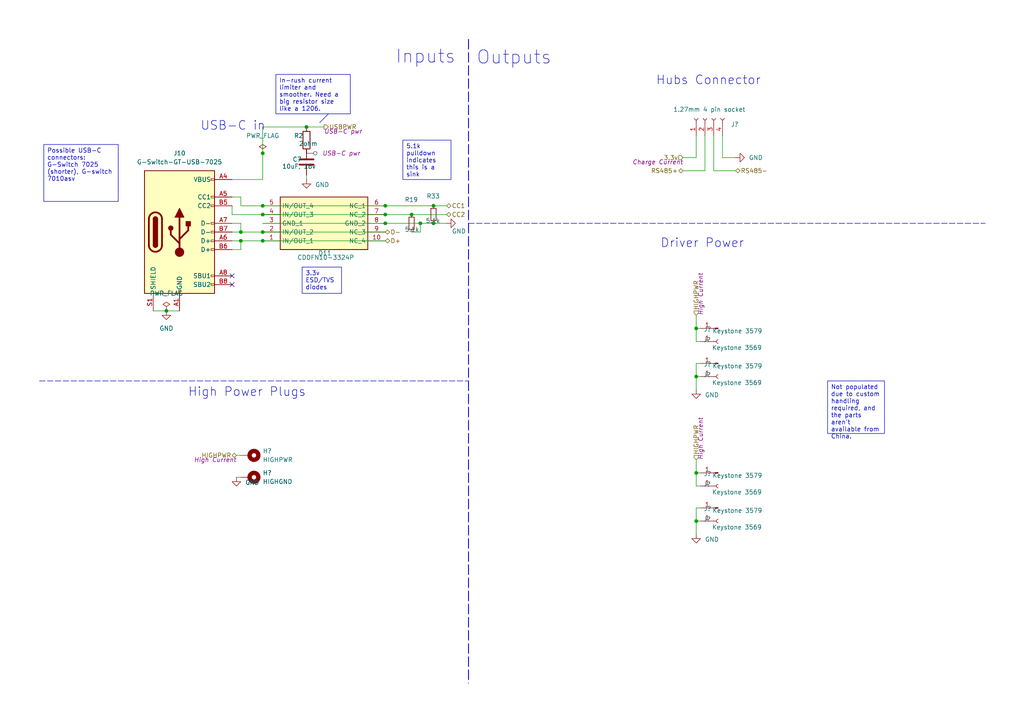
<source format=kicad_sch>
(kicad_sch (version 20250114) (generator "eeschema") (generator_version "9.0")
  (paper "A4")
  (title_block (title "Klipper-To-CACKLE") (date "2025-04-05") (rev "V1") (company "Author: Asher Edwards") (comment 1 "Licensed under CERN-OHL-S"))
  (lib_symbols
    (symbol "CDDFN10-3324P:CDDFN10-3324P"
      (property "Reference" "D" (at 31.75 7.62 0))
      (property "Value" "CDDFN10-3324P" (at 31.75 5.08 0))
      (symbol "CDDFN10-3324P_1_1"
        (rectangle (start 5.08 2.54) (end 30.48 -12.7) (stroke (width 0.254)) (fill (type background)))
        (pin passive line (at 0 0 0) (length 5.08) (name "IN/OUT_1") (number "1"))
        (pin passive line (at 0 -2.54 0) (length 5.08) (name "IN/OUT_2") (number "2"))
        (pin passive line (at 0 -5.08 0) (length 5.08) (name "GND_1") (number "3"))
        (pin passive line (at 0 -7.62 0) (length 5.08) (name "IN/OUT_3") (number "4"))
        (pin passive line (at 0 -10.16 0) (length 5.08) (name "IN/OUT_4") (number "5"))
        (pin passive line (at 35.56 0 180) (length 5.08) (name "NC_4") (number "10"))
        (pin passive line (at 35.56 -2.54 180) (length 5.08) (name "NC_3") (number "9"))
        (pin passive line (at 35.56 -5.08 180) (length 5.08) (name "GND_2") (number "8"))
        (pin passive line (at 35.56 -7.62 180) (length 5.08) (name "NC_2") (number "7"))
        (pin passive line (at 35.56 -10.16 180) (length 5.08) (name "NC_1") (number "6"))
      )
    )
    (symbol "Connector:Conn_01x01_Pin" (pin_names (offset 1.016) (hide yes))
      (property "Reference" "J" (at 0 2.54 0))
      (property "Value" "Conn_01x01_Pin" (at 0 -2.54 0))
      (symbol "Conn_01x01_Pin_1_1"
        (rectangle (start 0.8636 0.127) (end 0 -0.127) (stroke (width 0.1524)) (fill (type outline)))
        (polyline (pts (xy 1.27 0) (xy 0.8636 0)) (stroke (width 0.1524)))
        (pin passive line (at 5.08 0 180) (length 3.81) (name "Pin_1") (number "1"))
      )
    )
    (symbol "Connector:Conn_01x01_Socket" (pin_names (offset 1.016) (hide yes))
      (property "Reference" "J" (at 0 2.54 0))
      (property "Value" "Conn_01x01_Socket" (at 0 -2.54 0))
      (symbol "Conn_01x01_Socket_1_1"
        (polyline (pts (xy -1.27 0) (xy -0.508 0)) (stroke (width 0.1524)))
        (arc (start 0 -0.508) (mid -0.5058 0) (end 0 0.508) (stroke (width 0.1524)))
        (pin passive line (at -5.08 0 0) (length 3.81) (name "Pin_1") (number "1"))
      )
    )
    (symbol "Connector:Conn_01x04_Socket" (pin_names (offset 1.016) (hide yes))
      (property "Reference" "J" (at 0 5.08 0))
      (property "Value" "Conn_01x04_Socket" (at 0 -7.62 0))
      (symbol "Conn_01x04_Socket_1_1"
        (polyline (pts (xy -1.27 2.54) (xy -0.508 2.54)) (stroke (width 0.1524)))
        (polyline (pts (xy -1.27 0) (xy -0.508 0)) (stroke (width 0.1524)))
        (polyline (pts (xy -1.27 -2.54) (xy -0.508 -2.54)) (stroke (width 0.1524)))
        (polyline (pts (xy -1.27 -5.08) (xy -0.508 -5.08)) (stroke (width 0.1524)))
        (arc (start 0 2.032) (mid -0.5058 2.54) (end 0 3.048) (stroke (width 0.1524)))
        (arc (start 0 -0.508) (mid -0.5058 0) (end 0 0.508) (stroke (width 0.1524)))
        (arc (start 0 -3.048) (mid -0.5058 -2.54) (end 0 -2.032) (stroke (width 0.1524)))
        (arc (start 0 -5.588) (mid -0.5058 -5.08) (end 0 -4.572) (stroke (width 0.1524)))
        (pin passive line (at -5.08 2.54 0) (length 3.81) (name "Pin_1") (number "1"))
        (pin passive line (at -5.08 0 0) (length 3.81) (name "Pin_2") (number "2"))
        (pin passive line (at -5.08 -2.54 0) (length 3.81) (name "Pin_3") (number "3"))
        (pin passive line (at -5.08 -5.08 0) (length 3.81) (name "Pin_4") (number "4"))
      )
    )
    (symbol "Connector:USB_C_Receptacle_USB2.0_16P" (pin_names (offset 1.016))
      (property "Reference" "J10" (at 0 22.86 0))
      (property "Value" "USB_C_Receptacle_USB2.0_16P" (at 0 20.32 0))
      (symbol "USB_C_Receptacle_USB2.0_16P_0_0"
        (rectangle (start -0.254 -17.78) (end 0.254 -16.764))
        (rectangle (start 10.16 15.494) (end 9.144 14.986))
        (rectangle (start 10.16 10.414) (end 9.144 9.906))
        (rectangle (start 10.16 7.874) (end 9.144 7.366))
        (rectangle (start 10.16 2.794) (end 9.144 2.286))
        (rectangle (start 10.16 0.254) (end 9.144 -0.254))
        (rectangle (start 10.16 -2.286) (end 9.144 -2.794))
        (rectangle (start 10.16 -4.826) (end 9.144 -5.334))
        (rectangle (start 10.16 -12.446) (end 9.144 -12.954))
        (rectangle (start 10.16 -14.986) (end 9.144 -15.494))
      )
      (symbol "USB_C_Receptacle_USB2.0_16P_0_1"
        (rectangle (start -10.16 17.78) (end 10.16 -17.78) (stroke (width 0.254)) (fill (type background)))
        (polyline (pts (xy -8.89 -3.81) (xy -8.89 3.81)) (stroke (width 0.508)))
        (rectangle (start -7.62 -3.81) (end -6.35 3.81) (stroke (width 0.254)) (fill (type outline)))
        (arc (start -7.62 3.81) (mid -6.985 4.4423) (end -6.35 3.81) (stroke (width 0.254)))
        (arc (start -7.62 3.81) (mid -6.985 4.4423) (end -6.35 3.81) (stroke (width 0.254)) (fill (type outline)))
        (arc (start -8.89 3.81) (mid -6.985 5.7067) (end -5.08 3.81) (stroke (width 0.508)))
        (arc (start -5.08 -3.81) (mid -6.985 -5.7067) (end -8.89 -3.81) (stroke (width 0.508)))
        (arc (start -6.35 -3.81) (mid -6.985 -4.4423) (end -7.62 -3.81) (stroke (width 0.254)))
        (arc (start -6.35 -3.81) (mid -6.985 -4.4423) (end -7.62 -3.81) (stroke (width 0.254)) (fill (type outline)))
        (polyline (pts (xy -5.08 3.81) (xy -5.08 -3.81)) (stroke (width 0.508)))
        (circle (center -2.54 1.143) (radius 0.635) (stroke (width 0.254)) (fill (type outline)))
        (polyline (pts (xy -1.27 4.318) (xy 0 6.858) (xy 1.27 4.318) (xy -1.27 4.318)) (stroke (width 0.254)) (fill (type outline)))
        (polyline (pts (xy 0 -2.032) (xy 2.54 0.508) (xy 2.54 1.778)) (stroke (width 0.508)))
        (polyline (pts (xy 0 -3.302) (xy -2.54 -0.762) (xy -2.54 0.508)) (stroke (width 0.508)))
        (polyline (pts (xy 0 -5.842) (xy 0 4.318)) (stroke (width 0.508)))
        (circle (center 0 -5.842) (radius 1.27) (fill (type outline)))
        (rectangle (start 1.905 1.778) (end 3.175 3.048) (stroke (width 0.254)) (fill (type outline)))
      )
      (symbol "USB_C_Receptacle_USB2.0_16P_1_1"
        (pin passive line (at -7.62 -22.86 90) (length 5.08) (name "SHIELD") (number "S1"))
        (pin passive line (at 0 -22.86 90) (length 5.08) (name "GND") (number "A1"))
        (pin passive line (at 0 -22.86 90) (length 5.08) (hide yes) (name "GND") (number "A12"))
        (pin passive line (at 0 -22.86 90) (length 5.08) (hide yes) (name "GND") (number "B1"))
        (pin passive line (at 0 -22.86 90) (length 5.08) (hide yes) (name "GND") (number "B12"))
        (pin passive line (at 0 -22.86 90) (length 5.08) (hide yes) (name "GND") (number "GND"))
        (pin passive line (at 15.24 15.24 180) (length 5.08) (name "VBUS") (number "A4"))
        (pin passive line (at 15.24 15.24 180) (length 5.08) (hide yes) (name "VBUS") (number "A9"))
        (pin passive line (at 15.24 15.24 180) (length 5.08) (hide yes) (name "VBUS") (number "B4"))
        (pin passive line (at 15.24 15.24 180) (length 5.08) (hide yes) (name "VBUS") (number "B9"))
        (pin bidirectional line (at 15.24 10.16 180) (length 5.08) (name "CC1") (number "A5"))
        (pin bidirectional line (at 15.24 7.62 180) (length 5.08) (name "CC2") (number "B5"))
        (pin bidirectional line (at 15.24 2.54 180) (length 5.08) (name "D-") (number "A7"))
        (pin bidirectional line (at 15.24 0 180) (length 5.08) (name "D-") (number "B7"))
        (pin bidirectional line (at 15.24 -2.54 180) (length 5.08) (name "D+") (number "A6"))
        (pin bidirectional line (at 15.24 -5.08 180) (length 5.08) (name "D+") (number "B6"))
        (pin bidirectional line (at 15.24 -12.7 180) (length 5.08) (name "SBU1") (number "A8"))
        (pin bidirectional line (at 15.24 -15.24 180) (length 5.08) (name "SBU2") (number "B8"))
      )
    )
    (symbol "Device:C" (pin_numbers (hide yes)) (pin_names (offset 0.254))
      (property "Reference" "C" (at 0.635 2.54 0))
      (property "Value" "C" (at 0.635 -2.54 0))
      (symbol "C_0_1"
        (polyline (pts (xy -2.032 0.762) (xy 2.032 0.762)) (stroke (width 0.508)))
        (polyline (pts (xy -2.032 -0.762) (xy 2.032 -0.762)) (stroke (width 0.508)))
      )
      (symbol "C_1_1"
        (pin passive line (at 0 3.81 270) (length 2.794) (name "~") (number "1"))
        (pin passive line (at 0 -3.81 90) (length 2.794) (name "~") (number "2"))
      )
    )
    (symbol "Device:R" (pin_numbers (hide yes)) (pin_names (offset 0))
      (property "Reference" "R" (at 2.032 0 90))
      (property "Value" "R" (at 0 0 90))
      (symbol "R_0_1"
        (rectangle (start -1.016 -2.54) (end 1.016 2.54) (stroke (width 0.254)))
      )
      (symbol "R_1_1"
        (pin passive line (at 0 3.81 270) (length 1.27) (name "~") (number "1"))
        (pin passive line (at 0 -3.81 90) (length 1.27) (name "~") (number "2"))
      )
    )
    (symbol "Device:R_Small" (pin_numbers (hide yes)) (pin_names (offset 0.254) (hide yes))
      (property "Reference" "R" (at 0.762 0.508 0))
      (property "Value" "R_Small" (at 0.762 -1.016 0))
      (symbol "R_Small_0_1"
        (rectangle (start -0.762 1.778) (end 0.762 -1.778) (stroke (width 0.2032)))
      )
      (symbol "R_Small_1_1"
        (pin passive line (at 0 2.54 270) (length 0.762) (name "~") (number "1"))
        (pin passive line (at 0 -2.54 90) (length 0.762) (name "~") (number "2"))
      )
    )
    (symbol "Mechanical:MountingHole_Pad" (pin_numbers (hide yes)) (pin_names (offset 1.016) (hide yes)) (exclude_from_sim yes) (in_bom no)
      (property "Reference" "H" (at 0 6.35 0))
      (property "Value" "MountingHole_Pad" (at 0 4.445 0))
      (symbol "MountingHole_Pad_0_1"
        (circle (center 0 1.27) (radius 1.27) (stroke (width 1.27)))
      )
      (symbol "MountingHole_Pad_1_1"
        (pin input line (at 0 -2.54 90) (length 2.54) (name "1") (number "1"))
      )
    )
    (symbol "power:GND" (power) (pin_numbers (hide yes)) (pin_names (offset 0) (hide yes))
      (property "Value" "GND" (at 0 -3.81 0))
      (symbol "GND_0_1"
        (polyline (pts (xy 0 0) (xy 0 -1.27) (xy 1.27 -1.27) (xy 0 -2.54) (xy -1.27 -1.27) (xy 0 -1.27)))
      )
      (symbol "GND_1_1"
        (pin power_in line (at 0 0 270) (length 0) (name "~") (number "1"))
      )
    )
    (symbol "power:PWR_FLAG" (power) (pin_numbers (hide yes)) (pin_names (offset 0) (hide yes))
      (property "Value" "PWR_FLAG" (at 0 3.81 0))
      (symbol "PWR_FLAG_0_0"
        (pin power_out line (at 0 0 90) (length 0) (name "~") (number "1"))
      )
      (symbol "PWR_FLAG_0_1"
        (polyline (pts (xy 0 0) (xy 0 1.27) (xy -1.016 1.905) (xy 0 2.54) (xy 1.016 1.905) (xy 0 1.27)))
      )
    )
  )
  (text "Outputs" (at 149.098 16.764 0) (effects (font (size 3.81 3.81))))
  (text "USB-C in" (at 67.564 36.576 0) (effects (font (size 2.54 2.54))))
  (text "Inputs" (at 123.444 16.51 0) (effects (font (size 3.81 3.81))))
  (text "Driver Power" (at 203.708 70.612 0) (effects (font (size 2.54 2.54))))
  (text "Hubs Connector" (at 205.486 23.368 0) (effects (font (size 2.54 2.54))))
  (text "High Power Plugs\n" (at 71.628 113.792 0) (effects (font (size 2.54 2.54))))
  (text_box "In-rush current limiter and smoother. Need a big resistor size like a 1206." (at 80.01 21.59 0) (size 21.59 11.43) (margins 0.9525 0.9525 0.9525 0.9525) (effects (font (size 1.27 1.27)) (justify left top)))
  (text_box "5.1k pulldown indicates this is a sink" (at 116.84 40.64 0) (size 13.97 11.43) (margins 0.9525 0.9525 0.9525 0.9525) (effects (font (size 1.27 1.27)) (justify left top)))
  (text_box "Possible USB-C connectors: G-Switch 7025 (shorter), G-switch 7010asv" (at 12.7 41.91 0) (size 21.59 16.51) (margins 0.9525 0.9525 0.9525 0.9525) (effects (font (size 1.27 1.27)) (justify left top)))
  (text_box "3.3v ESD/TVS diodes" (at 87.63 77.47 0) (size 11.43 7.62) (margins 0.9525 0.9525 0.9525 0.9525) (effects (font (size 1.27 1.27)) (justify left top)))
  (text_box "Not populated due to custom handling required, and the parts aren't available from China." (at 240.03 110.49 0) (size 16.51 15.24) (margins 0.9525 0.9525 0.9525 0.9525) (effects (font (size 1.27 1.27)) (justify left top)))
  (junction (at 76.2 69.85))
  (junction (at 121.92 64.77))
  (junction (at 201.93 137.16))
  (junction (at 76.2 67.31))
  (junction (at 201.93 109.22))
  (junction (at 76.2 59.69))
  (junction (at 119.38 62.23))
  (junction (at 76.2 44.45))
  (junction (at 111.76 59.69))
  (junction (at 69.85 69.85))
  (junction (at 111.76 64.77))
  (junction (at 69.85 67.31))
  (junction (at 111.76 62.23))
  (junction (at 201.93 95.25))
  (junction (at 48.26 90.17))
  (junction (at 125.73 64.77))
  (junction (at 201.93 151.13))
  (junction (at 125.73 59.69))
  (junction (at 76.2 62.23))
  (junction (at 88.9 36.83))
  (no_connect (at 67.31 82.55))
  (no_connect (at 67.31 80.01))
  (wire (pts (xy 69.85 72.39) (xy 69.85 69.85)))
  (wire (pts (xy 76.2 64.77) (xy 111.76 64.77)))
  (polyline (pts (xy 11.43 110.49) (xy 135.89 110.49)) (stroke (width 0) (type dash)))
  (wire (pts (xy 88.9 44.45) (xy 88.9 43.18)))
  (wire (pts (xy 76.2 62.23) (xy 111.76 62.23)))
  (wire (pts (xy 121.92 64.77) (xy 121.92 67.31)))
  (wire (pts (xy 201.93 91.44) (xy 201.93 95.25)))
  (wire (pts (xy 129.54 64.77) (xy 125.73 64.77)))
  (wire (pts (xy 67.31 64.77) (xy 69.85 64.77)))
  (wire (pts (xy 69.85 67.31) (xy 67.31 67.31)))
  (wire (pts (xy 201.93 95.25) (xy 201.93 99.06)))
  (wire (pts (xy 76.2 36.83) (xy 88.9 36.83)))
  (wire (pts (xy 67.31 62.23) (xy 76.2 62.23)))
  (wire (pts (xy 207.01 39.37) (xy 207.01 49.53)))
  (wire (pts (xy 201.93 95.25) (xy 203.2 95.25)))
  (wire (pts (xy 67.31 59.69) (xy 67.31 62.23)))
  (wire (pts (xy 69.85 64.77) (xy 69.85 67.31)))
  (polyline (pts (xy 92.71 35.56) (xy 95.25 33.02)))
  (wire (pts (xy 69.85 69.85) (xy 76.2 69.85)))
  (wire (pts (xy 201.93 147.32) (xy 201.93 151.13)))
  (wire (pts (xy 111.76 59.69) (xy 125.73 59.69)))
  (wire (pts (xy 201.93 109.22) (xy 203.2 109.22)))
  (wire (pts (xy 119.38 62.23) (xy 129.54 62.23)))
  (wire (pts (xy 88.9 36.83) (xy 93.98 36.83)))
  (wire (pts (xy 76.2 36.83) (xy 76.2 44.45)))
  (wire (pts (xy 198.12 45.72) (xy 201.93 45.72)))
  (wire (pts (xy 209.55 39.37) (xy 209.55 45.72)))
  (wire (pts (xy 76.2 69.85) (xy 111.76 69.85)))
  (wire (pts (xy 201.93 99.06) (xy 203.2 99.06)))
  (wire (pts (xy 69.85 69.85) (xy 67.31 69.85)))
  (wire (pts (xy 121.92 64.77) (xy 125.73 64.77)))
  (polyline (pts (xy 135.89 64.77) (xy 285.75 64.77)) (stroke (width 0) (type dash)))
  (wire (pts (xy 76.2 67.31) (xy 111.76 67.31)))
  (wire (pts (xy 69.85 67.31) (xy 76.2 67.31)))
  (wire (pts (xy 76.2 59.69) (xy 111.76 59.69)))
  (wire (pts (xy 203.2 105.41) (xy 201.93 105.41)))
  (wire (pts (xy 68.58 138.43) (xy 69.85 138.43)))
  (wire (pts (xy 44.45 90.17) (xy 48.26 90.17)))
  (wire (pts (xy 88.9 50.8) (xy 88.9 52.07)))
  (wire (pts (xy 201.93 151.13) (xy 203.2 151.13)))
  (wire (pts (xy 48.26 90.17) (xy 52.07 90.17)))
  (wire (pts (xy 201.93 109.22) (xy 201.93 113.03)))
  (wire (pts (xy 203.2 147.32) (xy 201.93 147.32)))
  (wire (pts (xy 201.93 105.41) (xy 201.93 109.22)))
  (wire (pts (xy 207.01 49.53) (xy 213.36 49.53)))
  (wire (pts (xy 201.93 137.16) (xy 201.93 140.97)))
  (wire (pts (xy 111.76 64.77) (xy 121.92 64.77)))
  (wire (pts (xy 201.93 133.35) (xy 201.93 137.16)))
  (wire (pts (xy 201.93 39.37) (xy 201.93 45.72)))
  (polyline (pts (xy 135.89 11.43) (xy 135.89 198.12)) (stroke (width 0.254) (type dash)))
  (wire (pts (xy 111.76 62.23) (xy 119.38 62.23)))
  (wire (pts (xy 68.58 132.08) (xy 69.85 132.08)))
  (wire (pts (xy 201.93 140.97) (xy 203.2 140.97)))
  (wire (pts (xy 201.93 137.16) (xy 203.2 137.16)))
  (wire (pts (xy 121.92 67.31) (xy 119.38 67.31)))
  (wire (pts (xy 67.31 72.39) (xy 69.85 72.39)))
  (wire (pts (xy 67.31 57.15) (xy 69.85 57.15)))
  (wire (pts (xy 125.73 59.69) (xy 129.54 59.69)))
  (wire (pts (xy 204.47 39.37) (xy 204.47 49.53)))
  (wire (pts (xy 201.93 151.13) (xy 201.93 154.94)))
  (wire (pts (xy 69.85 59.69) (xy 76.2 59.69)))
  (wire (pts (xy 69.85 57.15) (xy 69.85 59.69)))
  (wire (pts (xy 198.12 49.53) (xy 204.47 49.53)))
  (wire (pts (xy 76.2 44.45) (xy 76.2 52.07)))
  (wire (pts (xy 76.2 52.07) (xy 67.31 52.07)))
  (wire (pts (xy 209.55 45.72) (xy 213.36 45.72)))
  (hierarchical_label "RS485+" (shape bidirectional) (at 198.12 49.53 180))
  (hierarchical_label "HIGHPWR" (shape input) (at 201.93 91.44 90) (property "Netclass" "High Current" (at 203.2 91.44 90) (effects (font (italic yes)) (justify left))))
  (hierarchical_label "CC1" (shape bidirectional) (at 129.54 59.69 0))
  (hierarchical_label "HIGHPWR" (shape input) (at 201.93 133.35 90) (property "Netclass" "High Current" (at 203.2 133.35 90) (effects (font (italic yes)) (justify left))))
  (hierarchical_label "HIGHPWR" (shape bidirectional) (at 68.58 132.08 180) (property "Netclass" "High Current" (at 68.58 133.35 0) (effects (font (italic yes)) (justify right))))
  (hierarchical_label "CC2" (shape bidirectional) (at 129.54 62.23 0))
  (hierarchical_label "D-" (shape bidirectional) (at 111.76 67.31 0))
  (hierarchical_label "3.3v" (shape input) (at 198.12 45.72 180) (property "Netclass" "Charge Current" (at 198.12 46.99 0) (effects (font (italic yes)) (justify right))))
  (hierarchical_label "D+" (shape bidirectional) (at 111.76 69.85 0))
  (hierarchical_label "USBPWR" (shape output) (at 93.98 36.83 0) (property "Netclass" "USB-C pwr" (at 93.98 38.1 0) (effects (font (italic yes)) (justify left))))
  (hierarchical_label "RS485-" (shape bidirectional) (at 213.36 49.53 0))
  (netclass_flag "" (length 2.54) (shape round) (at 88.9 44.45 270) (property "Netclass" "USB-C pwr" (at 93.472 44.45 0) (effects (font (italic yes)) (justify left))))
  (symbol (lib_id "Connector:Conn_01x01_Socket") (at 208.28 140.97 0) (unit 1)
    (property "Reference" "J?" (at 203.962 140.462 0) (effects (justify left)))
    (property "Value" "Keystone 3569" (at 206.502 142.748 0) (effects (justify left)))
    (property "Footprint" "custom_Connector:Keystone_3569_half" (effects (hide yes)))
    (property "Description" "Generic connector, single row, 01x01, script generated" (effects (hide yes)))
  )
  (symbol (lib_id "power:GND") (at 88.9 52.07 0) (unit 1)
    (property "Reference" "#PWR03" (effects (hide yes)))
    (property "Value" "GND" (at 95.504 53.594 0) (effects (justify right)))
    (property "Description" "Power symbol creates a global label with name \"GND\" , ground" (effects (hide yes)))
  )
  (symbol (lib_id "power:GND") (at 129.54 64.77 90) (unit 1)
    (property "Reference" "#PWR013" (effects (hide yes)))
    (property "Value" "GND" (at 131.064 67.056 90) (effects (justify right)))
    (property "Description" "Power symbol creates a global label with name \"GND\" , ground" (effects (hide yes)))
  )
  (symbol (lib_id "power:PWR_FLAG") (at 48.26 90.17 0) (unit 1)
    (property "Reference" "#FLG02" (effects (hide yes)))
    (property "Value" "PWR_FLAG" (at 48.26 85.09 0))
    (property "Description" "Special symbol for telling ERC where power comes from" (effects (hide yes)))
  )
  (symbol (lib_id "power:PWR_FLAG") (at 76.2 44.45 0) (unit 1)
    (property "Reference" "#FLG?" (effects (hide yes)))
    (property "Value" "PWR_FLAG" (at 76.2 39.37 0))
    (property "Description" "Special symbol for telling ERC where power comes from" (effects (hide yes)))
  )
  (symbol (lib_id "Mechanical:MountingHole_Pad") (at 72.39 138.43 270) (unit 1) (exclude_from_sim yes) (in_bom no)
    (property "Reference" "H?" (at 76.2 137.1599 90) (effects (justify left)))
    (property "Value" "HIGHGND" (at 76.2 139.6999 90) (effects (justify left)))
    (property "Footprint" "MountingHole:MountingHole_2.2mm_M2_Pad_Via" (effects (hide yes)))
    (property "Description" "Mounting Hole with connection" (effects (hide yes)))
  )
  (symbol (lib_id "Device:R") (at 88.9 40.64 180) (unit 1)
    (property "Reference" "R2" (at 86.614 39.37 0))
    (property "Value" "2ohm" (at 89.408 41.656 0))
    (property "Footprint" "Resistor_SMD:R_0805_2012Metric" (effects (hide yes)))
    (property "Description" "Resistor" (effects (hide yes)))
    (property "LCSC" "C17521" (effects (hide yes)))
  )
  (symbol (lib_id "Connector:Conn_01x01_Pin") (at 208.28 105.41 180) (unit 1)
    (property "Reference" "J?" (at 205.232 105.664 0))
    (property "Value" "Keystone 3579" (at 213.868 106.172 0))
    (property "Footprint" "custom_Connector:Keystone_3579" (effects (hide yes)))
    (property "Description" "Generic connector, single row, 01x01, script generated" (effects (hide yes)))
  )
  (symbol (lib_id "Connector:Conn_01x01_Pin") (at 208.28 95.25 180) (unit 1)
    (property "Reference" "J?" (at 205.232 95.504 0))
    (property "Value" "Keystone 3579" (at 213.868 96.012 0))
    (property "Footprint" "custom_Connector:Keystone_3579" (effects (hide yes)))
    (property "Description" "Generic connector, single row, 01x01, script generated" (effects (hide yes)))
  )
  (symbol (lib_id "power:GND") (at 213.36 45.72 90) (unit 1)
    (property "Reference" "#PWR?" (effects (hide yes)))
    (property "Value" "GND" (at 217.17 45.7199 90) (effects (justify right)))
    (property "Description" "Power symbol creates a global label with name \"GND\" , ground" (effects (hide yes)))
  )
  (symbol (lib_id "Device:C") (at 88.9 46.99 0) (unit 1)
    (property "Reference" "C7" (at 84.836 46.228 0) (effects (justify left)))
    (property "Value" "10uF, 16v" (at 81.788 48.26 0) (effects (justify left)))
    (property "Footprint" "Capacitor_SMD:C_0805_2012Metric" (effects (hide yes)))
    (property "Description" "Unpolarized capacitor" (effects (hide yes)))
    (property "LCSC" "C15850" (effects (hide yes)))
  )
  (symbol (lib_id "Connector:Conn_01x01_Pin") (at 208.28 137.16 180) (unit 1)
    (property "Reference" "J?" (at 205.232 137.414 0))
    (property "Value" "Keystone 3579" (at 213.868 137.922 0))
    (property "Footprint" "custom_Connector:Keystone_3579" (effects (hide yes)))
    (property "Description" "Generic connector, single row, 01x01, script generated" (effects (hide yes)))
  )
  (symbol (lib_id "Mechanical:MountingHole_Pad") (at 72.39 132.08 270) (unit 1) (exclude_from_sim yes) (in_bom no)
    (property "Reference" "H?" (at 76.2 130.8099 90) (effects (justify left)))
    (property "Value" "HIGHPWR" (at 76.2 133.3499 90) (effects (justify left)))
    (property "Footprint" "MountingHole:MountingHole_2.2mm_M2_Pad_Via" (effects (hide yes)))
    (property "Description" "Mounting Hole with connection" (effects (hide yes)))
  )
  (symbol (lib_id "Connector:Conn_01x01_Socket") (at 208.28 151.13 0) (unit 1)
    (property "Reference" "J?" (at 203.962 150.622 0) (effects (justify left)))
    (property "Value" "Keystone 3569" (at 206.502 152.908 0) (effects (justify left)))
    (property "Footprint" "custom_Connector:Keystone_3569_half" (effects (hide yes)))
    (property "Description" "Generic connector, single row, 01x01, script generated" (effects (hide yes)))
  )
  (symbol (lib_id "power:GND") (at 201.93 113.03 0) (unit 1)
    (property "Reference" "#PWR08" (effects (hide yes)))
    (property "Value" "GND" (at 208.534 114.554 0) (effects (justify right)))
    (property "Description" "Power symbol creates a global label with name \"GND\" , ground" (effects (hide yes)))
  )
  (symbol (lib_id "power:GND") (at 68.58 138.43 0) (unit 1)
    (property "Reference" "#PWR09" (effects (hide yes)))
    (property "Value" "GND" (at 75.184 139.954 0) (effects (justify right)))
    (property "Description" "Power symbol creates a global label with name \"GND\" , ground" (effects (hide yes)))
  )
  (symbol (lib_id "Device:R_Small") (at 119.38 64.77 180) (unit 1)
    (property "Reference" "R19" (at 117.348 57.912 0) (effects (justify right)))
    (property "Value" "5.1k" (at 117.348 66.548 0) (effects (justify right)))
    (property "Footprint" "Resistor_SMD:R_0402_1005Metric" (effects (hide yes)))
    (property "Description" "Resistor, small symbol" (effects (hide yes)))
    (property "LCSC" "C25905" (effects (hide yes)))
  )
  (symbol (lib_id "Connector:Conn_01x01_Socket") (at 208.28 99.06 0) (unit 1)
    (property "Reference" "J?" (at 203.962 98.552 0) (effects (justify left)))
    (property "Value" "Keystone 3569" (at 206.502 100.838 0) (effects (justify left)))
    (property "Footprint" "custom_Connector:Keystone_3569_half" (effects (hide yes)))
    (property "Description" "Generic connector, single row, 01x01, script generated" (effects (hide yes)))
  )
  (symbol (lib_id "CDDFN10-3324P:CDDFN10-3324P") (at 76.2 69.85 0) (mirror x) (unit 1)
    (property "Reference" "D11" (at 94.234 73.406 0))
    (property "Value" "CDDFN10-3324P" (at 94.488 74.676 0))
    (property "Footprint" "CDDFN10-3324P:CDDFN103324P" (effects (hide yes)))
    (property "Datasheet" "https://www.bourns.com/docs/Product-Datasheets/CDDFN10-3324P.pdf" (effects (hide yes)))
    (property "Description" "BOURNS - CDDFN10-3324P - DIODE, ESD PROTECTION, 3.3V, 0.45PF" (effects (hide yes)))
    (property "Mouser Part Number" "652-CDDFN10-3324P" (effects (hide yes)))
    (property "Mouser Price/Stock" "https://www.mouser.co.uk/ProductDetail/Bourns/CDDFN10-3324P?qs=3CaSHoNeR5u5NeuGJGyaBA%3D%3D" (effects (hide yes)))
    (property "Manufacturer_Name" "Bourns" (effects (hide yes)))
    (property "Manufacturer_Part_Number" "CDDFN10-3324P" (effects (hide yes)))
    (property "LCSC" "C913227" (effects (hide yes)))
    (property "Position Offset" "0,0.4" (effects (hide yes)))
  )
  (symbol (lib_id "Connector:USB_C_Receptacle_USB2.0_16P") (at 52.07 67.31 0) (unit 1)
    (property "Reference" "J10" (at 52.07 44.45 0))
    (property "Value" "G-Switch-GT-USB-7025" (at 52.07 46.99 0))
    (property "Footprint" "custom_Connector:USB_C_G-Switch_GT-USB-7025-JLCPCBv" (effects (hide yes)))
    (property "Datasheet" "https://www.usb.org/sites/default/files/documents/usb_type-c.zip" (effects (hide yes)))
    (property "Description" "USB 2.0-only 16P Type-C Receptacle connector" (effects (hide yes)))
    (property "LCSC" "C963213" (effects (hide yes)))
    (property "Position Offset" "0,1.55" (effects (hide yes)))
  )
  (symbol (lib_id "Device:R_Small") (at 125.73 62.23 180) (unit 1)
    (property "Reference" "R33" (at 123.698 56.896 0) (effects (justify right)))
    (property "Value" "5.1k" (at 123.444 64.008 0) (effects (justify right)))
    (property "Footprint" "Resistor_SMD:R_0402_1005Metric" (effects (hide yes)))
    (property "Description" "Resistor, small symbol" (effects (hide yes)))
    (property "LCSC" "C25905" (effects (hide yes)))
  )
  (symbol (lib_id "Connector:Conn_01x01_Socket") (at 208.28 109.22 0) (unit 1)
    (property "Reference" "J?" (at 203.962 108.712 0) (effects (justify left)))
    (property "Value" "Keystone 3569" (at 206.502 110.998 0) (effects (justify left)))
    (property "Footprint" "custom_Connector:Keystone_3569_half" (effects (hide yes)))
    (property "Description" "Generic connector, single row, 01x01, script generated" (effects (hide yes)))
  )
  (symbol (lib_id "Connector:Conn_01x01_Pin") (at 208.28 147.32 180) (unit 1)
    (property "Reference" "J?" (at 205.232 147.574 0))
    (property "Value" "Keystone 3579" (at 213.868 148.082 0))
    (property "Footprint" "custom_Connector:Keystone_3579" (effects (hide yes)))
    (property "Description" "Generic connector, single row, 01x01, script generated" (effects (hide yes)))
  )
  (symbol (lib_id "power:GND") (at 48.26 90.17 0) (unit 1)
    (property "Reference" "#PWR02" (effects (hide yes)))
    (property "Value" "GND" (at 48.26 95.25 0))
    (property "Description" "Power symbol creates a global label with name \"GND\" , ground" (effects (hide yes)))
  )
  (symbol (lib_id "Connector:Conn_01x04_Socket") (at 204.47 34.29 90) (unit 1)
    (property "Reference" "J?" (at 213.106 36.068 90))
    (property "Value" "1.27mm 4 pin socket" (at 205.74 31.75 90))
    (property "Footprint" "Connector_PinSocket_1.27mm:PinSocket_1x04_P1.27mm_Vertical" (effects (hide yes)))
    (property "Description" "Generic connector, single row, 01x04, script generated" (effects (hide yes)))
  )
  (symbol (lib_id "power:GND") (at 201.93 154.94 0) (unit 1)
    (property "Reference" "#PWR015" (effects (hide yes)))
    (property "Value" "GND" (at 208.534 156.464 0) (effects (justify right)))
    (property "Description" "Power symbol creates a global label with name \"GND\" , ground" (effects (hide yes)))
  )
)
</source>
